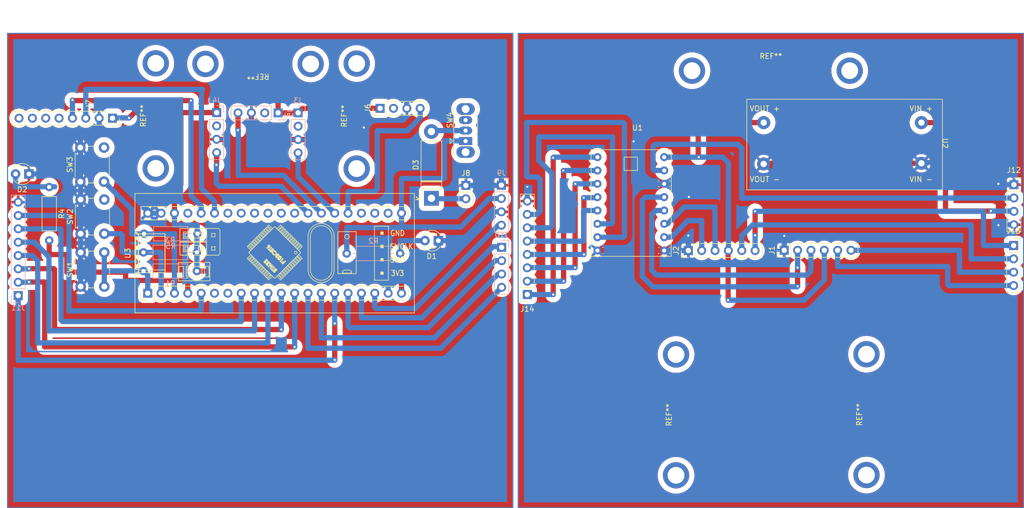
<source format=kicad_pcb>
(kicad_pcb (version 20211014) (generator pcbnew)
  (layers (0 "F.Cu" signal) (31 "B.Cu" signal) (34 "B.Paste" user) (35 "F.Paste" user) (36 "B.SilkS" user "B.Silkscreen") (37 "F.SilkS" user "F.Silkscreen") (38 "B.Mask" user) (39 "F.Mask" user) (44 "Edge.Cuts" user))
  (net 0 "")
  (net 1 "GND")
  (net 2 "Net-(D1-Pad2)")
  (net 3 "Net-(D2-Pad2)")
  (net 4 "Net-(D3-Pad1)")
  (net 5 "Net-(D3-Pad2)")
  (net 8 "/Placa Motores/AO1")
  (net 9 "/Placa Motores/AO2")
  (net 10 "/Placa Motores/VOut")
  (net 11 "/Placa Motores/MA1")
  (net 12 "/Placa Motores/MA2")
  (net 13 "/Placa Motores/BO1")
  (net 14 "/Placa Motores/BO2")
  (net 15 "/Placa Motores/MB1")
  (net 16 "/Placa Motores/MB2")
  (net 17 "/Controlador/3.3v")
  (net 18 "/Controlador/SHARP_C")
  (net 19 "/Controlador/SHARP_I")
  (net 21 "/Controlador/SHARP_D")
  (net 23 "/Controlador/CNY70")
  (net 24 "/Controlador/SCL")
  (net 25 "/Controlador/SDA")
  (net 30 "/Controlador/BTN1")
  (net 31 "/Controlador/VIn")
  (net 32 "/Controlador/BTN2")
  (net 33 "/Controlador/Led")
  (net 34 "/Controlador/BTN3")
  (net 36 "/Controlador/5v")
  (net 37 "/Controlador/MB2")
  (net 38 "/Controlador/MB1")
  (net 39 "/Controlador/MA1")
  (net 40 "/Controlador/MA2")
  (net 41 "/Controlador/PWMB")
  (net 42 "/Controlador/BIN2")
  (net 43 "/Controlador/BIN1")
  (net 44 "/Controlador/STBY")
  (net 45 "/Controlador/AIN1")
  (net 46 "/Controlador/AIN2")
  (net 47 "/Controlador/PWMA")
  (net 48 "/Placa Motores/PWMA")
  (net 49 "/Placa Motores/AIN2")
  (net 50 "/Placa Motores/AIN1")
  (net 51 "/Placa Motores/STBY")
  (net 52 "/Placa Motores/BIN1")
  (net 53 "/Placa Motores/BIN2")
  (net 54 "/Placa Motores/PWMB")
  (net 55 "/Placa Motores/5v")
  (net 56 "/Placa Motores/VIn")
  (footprint "Footprints:YAAJ_BluePill_1" (layer "F.Cu") (at 40.64 62.484 90)
    (fp_text reference "U3")
    (fp_text value "YAAJ_BluePill_Part_Like_SWD_Breakout" hide)
  )
  (footprint "Connector_PinSocket_2.54mm:PinSocket_1x08_P2.54mm_Vertical" (layer "F.Cu") (at 112.8268 62.723 180)
    (fp_text reference "J14")
    (fp_text value "Conn_01x08_Male")
  )
  (footprint "Connector_PinSocket_2.54mm:PinSocket_1x04_P2.54mm_Vertical" (layer "F.Cu") (at 205.3336 53.4008)
    (fp_text reference "J13")
    (fp_text value "Conn_01x04_Male")
  )
  (footprint "Connector_PinHeader_2.54mm:PinHeader_1x04_P2.54mm_Vertical" (layer "F.Cu") (at 84.836 27.2796 90)
    (fp_text reference "J6")
    (fp_text value "Conn_01x04_Male")
  )
  (footprint "propios:SharpHolder" (layer "F.Cu") (at 70.3798 28.7528 90)
    (fp_text reference "REF**")
    (fp_text value "SharpHolder")
  )
  (footprint "Button_Switch_THT:SW_PUSH_6mm" (layer "F.Cu") (at 27.8744 61.2128 90)
    (fp_text reference "SW1")
    (fp_text value "SW_Push")
  )
  (footprint "propios:MotorHolder" (layer "F.Cu") (at 165.845 85.598 90)
    (fp_text reference "REF**")
    (fp_text value "MotorHolder")
  )
  (footprint "propios:BolitaHolder" (layer "F.Cu") (at 159.1564 19.8968)
    (fp_text reference "REF**")
    (fp_text value "BolitaHolder")
  )
  (footprint "Button_Switch_THT:SW_PUSH_6mm" (layer "F.Cu") (at 27.8236 41.2484 90)
    (fp_text reference "SW3")
    (fp_text value "SW_Push")
  )
  (footprint "Connector_PinHeader_2.54mm:PinHeader_1x06_P2.54mm_Vertical" (layer "F.Cu") (at 161.6964 54.3052 90)
    (fp_text reference "J1")
    (fp_text value "Conn_01x06_Female")
  )
  (footprint "propios:SharpHolder" (layer "F.Cu") (at 61.6204 28.8326 180)
    (fp_text reference "REF**")
    (fp_text value "SharpHolder")
  )
  (footprint "Connector_PinSocket_2.54mm:PinSocket_1x04_P2.54mm_Vertical" (layer "F.Cu") (at 205.3844 41.8184)
    (fp_text reference "J12")
    (fp_text value "Conn_01x04_Male")
  )
  (footprint "propios:tb6612fng" (layer "F.Cu") (at 133.788 31.4932)
    (fp_text reference "U1")
    (fp_text value "tb6612fng")
  )
  (footprint "propios:SharpHolder" (layer "F.Cu") (at 32.164 28.7096 90)
    (fp_text reference "REF**")
    (fp_text value "SharpHolder")
  )
  (footprint "Connector_PinSocket_2.54mm:PinSocket_1x08_P2.54mm_Vertical" (layer "F.Cu") (at 33.9344 29.1592 -90)
    (fp_text reference "J7")
    (fp_text value "Conn_01x08_Female")
  )
  (footprint "Connector_PinHeader_2.54mm:PinHeader_1x06_P2.54mm_Vertical" (layer "F.Cu") (at 143.4592 54.356 90)
    (fp_text reference "J2")
    (fp_text value "Conn_01x06_Female")
  )
  (footprint "Connector_PinHeader_2.54mm:PinHeader_1x02_P2.54mm_Vertical" (layer "F.Cu") (at 101.1428 41.9608)
    (fp_text reference "J8")
    (fp_text value "Conn_01x02_Male")
  )
  (footprint "LED_THT:LED_D3.0mm" (layer "F.Cu") (at 95.9154 52.4764 180)
    (fp_text reference "D1")
    (fp_text value "LED")
  )
  (footprint "Diode_THT:D_5W_P12.70mm_Horizontal" (layer "F.Cu") (at 94.5896 44.4042 90)
    (fp_text reference "D3")
    (fp_text value "DIODE")
  )
  (footprint "Button_Switch_THT:SW_Slide_1P2T_CK_OS102011MS2Q" (layer "F.Cu") (at 101.092 33.5158 90)
    (fp_text reference "SW4")
    (fp_text value "SW_DPDT_x2")
  )
  (footprint "propios:MotorHolder" (layer "F.Cu") (at 129.6224 85.6488 90)
    (fp_text reference "REF**")
    (fp_text value "MotorHolder")
  )
  (footprint "LED_THT:LED_D3.0mm" (layer "F.Cu") (at 18.039 39.7764 180)
    (fp_text reference "D2")
    (fp_text value "LED")
  )
  (footprint "propios:MT3608" (layer "F.Cu") (at 191.7893 33.9344 -90)
    (fp_text reference "U2")
    (fp_text value "Mt3608")
  )
  (footprint "Resistor_THT:R_Axial_DIN0207_L6.3mm_D2.5mm_P10.16mm_Horizontal" (layer "F.Cu") (at 21.8948 42.2656 -90)
    (fp_text reference "R4")
    (fp_text value "R")
  )
  (footprint "Button_Switch_THT:SW_PUSH_6mm" (layer "F.Cu") (at 27.8744 51.1544 90)
    (fp_text reference "SW2")
    (fp_text value "SW_Push")
  )
  (footprint "Connector_PinHeader_2.54mm:PinHeader_1x04_P2.54mm_Vertical" (layer "B.Cu") (at 107.8992 41.91 180)
    (fp_text reference "J9")
    (fp_text value "Conn_01x04_Male")
  )
  (footprint "Resistor_THT:R_Axial_DIN0207_L6.3mm_D2.5mm_P10.16mm_Horizontal" (layer "B.Cu") (at 88.646 54.9148 180)
    (fp_text reference "R2")
    (fp_text value "R")
  )
  (footprint "Resistor_THT:R_Axial_DIN0207_L6.3mm_D2.5mm_P10.16mm_Horizontal" (layer "B.Cu") (at 39.8272 58.2676)
    (fp_text reference "R1")
    (fp_text value "R")
  )
  (footprint "Connector_PinHeader_2.54mm:PinHeader_1x08_P2.54mm_Vertical" (layer "B.Cu") (at 16.002 62.9262)
    (fp_text reference "J11")
    (fp_text value "Conn_01x08_Male")
  )
  (footprint "Connector_PinHeader_2.54mm:PinHeader_1x04_P2.54mm_Vertical" (layer "B.Cu") (at 107.95 53.7464 180)
    (fp_text reference "J10")
    (fp_text value "Conn_01x04_Male")
  )
  (footprint "Connector_PinHeader_2.54mm:PinHeader_1x04_P2.54mm_Vertical" (layer "B.Cu") (at 65.4304 28.1432 90)
    (fp_text reference "J5")
    (fp_text value "Conn_01x04_Male")
  )
  (footprint "Connector_PinHeader_2.54mm:PinHeader_1x04_P2.54mm_Vertical" (layer "B.Cu") (at 53.7464 28.0924 180)
    (fp_text reference "J4")
    (fp_text value "Conn_01x04_Male")
  )
  (footprint "Resistor_THT:R_Axial_DIN0207_L6.3mm_D2.5mm_P10.16mm_Horizontal" (layer "B.Cu") (at 49.9872 54.7116 180)
    (fp_text reference "R3")
    (fp_text value "R")
  )
  (footprint "Resistor_THT:R_Axial_DIN0207_L6.3mm_D2.5mm_P10.16mm_Horizontal" (layer "B.Cu") (at 39.9288 51.1556)
    (fp_text reference "R5")
    (fp_text value "R")
  )
  (footprint "Connector_PinHeader_2.54mm:PinHeader_1x04_P2.54mm_Vertical" (layer "B.Cu") (at 69.2404 28.1432 180)
    (fp_text reference "J3")
    (fp_text value "Conn_01x04_Male")
  )
  (gr_rect (start 13.97 13.0048) (end 110.0836 103.3272) (layer "B.Cu") (width 0.2) (fill none))
  (gr_rect (start 111.0996 13.0048) (end 207.2132 103.3272) (layer "B.Cu") (width 0.2) (fill none))
  (segment (start 133.604 26.67) (end 113.538 26.67) (width 1) (layer "F.Cu") (net 1))
  (segment (start 143.4592 51.5112) (end 143.5608 51.4096) (width 1) (layer "F.Cu") (net 1))
  (segment (start 161.6456 26.67) (end 133.604 26.67) (width 1) (layer "F.Cu") (net 1))
  (segment (start 69.2404 33.2232) (end 71.628 33.2232) (width 1) (layer "F.Cu") (net 1))
  (segment (start 157.916385 37.7444) (end 157.7893 37.871485) (width 1) (layer "F.Cu") (net 1))
  (segment (start 143.5608 51.4096) (end 143.5608 44.1452) (width 1) (layer "F.Cu") (net 1))
  (segment (start 80.4672 32.2072) (end 81.7372 30.9372) (width 1) (layer "F.Cu") (net 1))
  (segment (start 133.604 26.67) (end 133.0452 27.2288) (width 1) (layer "F.Cu") (net 1))
  (segment (start 72.644 32.2072) (end 80.4672 32.2072) (width 1) (layer "F.Cu") (net 1))
  (segment (start 159.258 37.9476) (end 159.181885 37.871485) (width 1) (layer "F.Cu") (net 1))
  (segment (start 53.7972 33.2232) (end 53.7464 33.1724) (width 1) (layer "F.Cu") (net 1))
  (segment (start 113.538 26.67) (end 112.8268 27.3812) (width 1) (layer "F.Cu") (net 1))
  (segment (start 60.3504 28.1432) (end 60.3504 33.0708) (width 1) (layer "F.Cu") (net 1))
  (segment (start 159.181885 37.871485) (end 157.7893 37.871485) (width 1) (layer "F.Cu") (net 1))
  (segment (start 60.5028 33.2232) (end 53.7972 33.2232) (width 1) (layer "F.Cu") (net 1))
  (segment (start 187.7893 37.7444) (end 161.6456 37.7444) (width 1) (layer "F.Cu") (net 1))
  (segment (start 71.628 33.2232) (end 72.644 32.2072) (width 1) (layer "F.Cu") (net 1))
  (segment (start 133.0452 27.2288) (end 133.0452 33.5788) (width 1) (layer "F.Cu") (net 1))
  (segment (start 159.258 49.1236) (end 159.258 37.9476) (width 1) (layer "F.Cu") (net 1))
  (segment (start 161.6456 37.7444) (end 161.6456 26.67) (width 1) (layer "F.Cu") (net 1))
  (segment (start 202.438 49.53) (end 202.438 41.656) (width 1) (layer "F.Cu") (net 1))
  (segment (start 69.2404 33.2232) (end 60.5028 33.2232) (width 1) (layer "F.Cu") (net 1))
  (segment (start 161.6456 37.7444) (end 157.916385 37.7444) (width 1) (layer "F.Cu") (net 1))
  (segment (start 60.3504 33.0708) (end 60.5028 33.2232) (width 1) (layer "F.Cu") (net 1))
  (segment (start 112.8268 42.2148) (end 112.8268 27.3812) (width 1) (layer "F.Cu") (net 1))
  (segment (start 161.6964 51.562) (end 159.258 49.1236) (width 1) (layer "F.Cu") (net 1))
  (segment (start 138.868 54.3532) (end 126.168 54.3532) (width 1) (layer "F.Cu") (net 1))
  (via (at 161.6964 51.562) (size 0.8) (drill 0.4) (layers "F.Cu" "B.Cu") (net 1))
  (via (at 202.438 41.656) (size 0.8) (drill 0.4) (layers "F.Cu" "B.Cu") (net 1))
  (via (at 81.7372 30.9372) (size 0.8) (drill 0.4) (layers "F.Cu" "B.Cu") (net 1))
  (via (at 112.8268 42.2148) (size 0.8) (drill 0.4) (layers "F.Cu" "B.Cu") (net 1))
  (via (at 133.0452 33.5788) (size 0.8) (drill 0.4) (layers "F.Cu" "B.Cu") (net 1))
  (via (at 143.4592 51.5112) (size 0.8) (drill 0.4) (layers "F.Cu" "B.Cu") (net 1))
  (via (at 143.5608 44.1452) (size 0.8) (drill 0.4) (layers "F.Cu" "B.Cu") (net 1))
  (via (at 202.438 49.53) (size 0.8) (drill 0.4) (layers "F.Cu" "B.Cu") (net 1))
  (segment (start 18.039 39.7764) (end 27.6056 39.7764) (width 1) (layer "B.Cu") (net 1))
  (segment (start 202.438 41.656) (end 202.6004 41.8184) (width 1) (layer "B.Cu") (net 1))
  (segment (start 27.8236 37.9624) (end 27.8236 34.7484) (width 1) (layer "B.Cu") (net 1))
  (segment (start 27.8236 31.6992) (end 27.8236 34.7484) (width 1) (layer "B.Cu") (net 1))
  (segment (start 202.438 49.53) (end 202.5296 49.4384) (width 1) (layer "B.Cu") (net 1))
  (segment (start 106.6292 46.99) (end 107.8992 46.99) (width 1) (layer "B.Cu") (net 1))
  (segment (start 27.8236 38.9128) (end 27.8236 37.9624) (width 1) (layer "B.Cu") (net 1))
  (segment (start 133.2456 41.6532) (end 138.868 41.6532) (width 1) (layer "B.Cu") (net 1))
  (segment (start 89.916 24.3332) (end 83.1088 24.3332) (width 1) (layer "B.Cu") (net 1))
  (segment (start 27.8384 57.4548) (end 27.8744 57.4188) (width 1) (layer "B.Cu") (net 1))
  (segment (start 143.5608 44.1452) (end 143.5608 41.7576) (width 1) (layer "B.Cu") (net 1))
  (segment (start 133.0452 41.4528) (end 133.2456 41.6532) (width 1) (layer "B.Cu") (net 1))
  (segment (start 112.8268 44.943) (end 112.8268 42.2148) (width 1) (layer "B.Cu") (net 1))
  (segment (start 202.438 41.656) (end 202.3872 41.6052) (width 1) (layer "B.Cu") (net 1))
  (segment (start 161.7472 54.356) (end 161.798 54.3052) (width 1) (layer "B.Cu") (net 1))
  (segment (start 138.8708 54.356) (end 138.868 54.3532) (width 1) (layer "B.Cu") (net 1))
  (segment (start 107.8992 24.3332) (end 89.916 24.3332) (width 1) (layer "B.Cu") (net 1))
  (segment (start 43.18 47.244) (end 40.64 47.244) (width 1) (layer "B.Cu") (net 1))
  (segment (start 86.36 59.8424) (end 93.9292 59.8424) (width 1) (layer "B.Cu") (net 1))
  (segment (start 27.8744 54.7128) (end 27.8744 61.2128) (width 1) (layer "B.Cu") (net 1))
  (segment (start 40.64 46.6344) (end 32.9184 38.9128) (width 1) (layer "B.Cu") (net 1))
  (segment (start 81.7372 24.5364) (end 81.534 24.3332) (width 1) (layer "B.Cu") (net 1))
  (segment (start 27.8744 51.1544) (end 27.8744 44.6544) (width 1) (layer "B.Cu") (net 1))
  (segment (start 143.4592 54.356) (end 138.8708 54.356) (width 1) (layer "B.Cu") (net 1))
  (segment (start 89.916 27.2796) (end 89.916 24.3332) (width 1) (layer "B.Cu") (net 1))
  (segment (start 202.3872 41.6052) (end 202.3872 37.592) (width 1) (layer "B.Cu") (net 1))
  (segment (start 31.3944 31.6992) (end 27.8236 31.6992) (width 1) (layer "B.Cu") (net 1))
  (segment (start 93.9292 59.8424) (end 95.9154 57.8562) (width 1) (layer "B.Cu") (net 1))
  (segment (start 81.7372 30.9372) (end 81.7372 24.5364) (width 1) (layer "B.Cu") (net 1))
  (segment (start 143.4564 41.6532) (end 138.868 41.6532) (width 1) (layer "B.Cu") (net 1))
  (segment (start 31.3944 29.1592) (end 31.3944 31.6992) (width 1) (layer "B.Cu") (net 1))
  (segment (start 27.8236 41.2484) (end 27.8236 39.5584) (width 1) (layer "B.Cu") (net 1))
  (segment (start 107.8484 41.9608) (end 107.8992 41.91) (width 1) (layer "B.Cu") (net 1))
  (segment (start 27.8236 39.5584) (end 27.8236 37.9624) (width 1) (layer "B.Cu") (net 1))
  (segment (start 40.64 47.244) (end 40.64 46.6344) (width 1) (layer "B.Cu") (net 1))
  (segment (start 95.9154 52.4764) (end 101.1428 52.4764) (width 1) (layer "B.Cu") (net 1))
  (segment (start 202.3872 37.592) (end 187.9417 37.592) (width 1) (layer "B.Cu") (net 1))
  (segment (start 27.6056 39.7764) (end 27.8236 39.5584) (width 1) (layer "B.Cu") (net 1))
  (segment (start 107.8992 41.91) (end 107.8992 24.3332) (width 1) (layer "B.Cu") (net 1))
  (segment (start 32.9184 38.9128) (end 27.8236 38.9128) (width 1) (layer "B.Cu") (net 1))
  (segment (start 83.1088 24.3332) (end 81.534 24.3332) (width 1) (layer "B.Cu") (net 1))
  (segment (start 27.8744 44.6544) (end 27.8744 41.2992) (width 1) (layer "B.Cu") (net 1))
  (segment (start 101.1428 41.9608) (end 107.8484 41.9608) (width 1) (layer "B.Cu") (net 1))
  (segment (start 133.0452 33.5788) (end 133.0452 41.4528) (width 1) (layer "B.Cu") (net 1))
  (segment (start 143.4592 54.356) (end 143.4592 51.5112) (width 1) (layer "B.Cu") (net 1))
  (segment (start 187.9417 37.592) (end 187.7893 37.7444) (width 1) (layer "B.Cu") (net 1))
  (segment (start 27.8744 41.2992) (end 27.8236 41.2484) (width 1) (layer "B.Cu") (net 1))
  (segment (start 95.9154 57.8562) (end 95.9154 52.4764) (width 1) (layer "B.Cu") (net 1))
  (segment (start 27.8744 57.4188) (end 27.8744 51.1544) (width 1) (layer "B.Cu") (net 1))
  (segment (start 101.1428 52.4764) (end 106.6292 46.99) (width 1) (layer "B.Cu") (net 1))
  (segment (start 86.36 62.484) (end 86.36 59.8424) (width 1) (layer "B.Cu") (net 1))
  (segment (start 161.6964 54.3052) (end 161.6964 51.562) (width 1) (layer "B.Cu") (net 1))
  (segment (start 138.8902 54.331) (end 138.868 54.3532) (width 1) (layer "B.Cu") (net 1))
  (segment (start 143.5608 41.7576) (end 143.4564 41.6532) (width 1) (layer "B.Cu") (net 1))
  (segment (start 202.5296 49.4384) (end 205.3844 49.4384) (width 1) (layer "B.Cu") (net 1))
  (segment (start 202.6004 41.8184) (end 205.3844 41.8184) (width 1) (layer "B.Cu") (net 1))
  (segment (start 93.3754 52.4764) (end 88.6968 52.4764) (width 1) (layer "B.Cu") (net 2))
  (segment (start 88.646 52.5272) (end 88.646 54.9148) (width 1) (layer "B.Cu") (net 2))
  (segment (start 88.6968 52.4764) (end 88.646 52.5272) (width 1) (layer "B.Cu") (net 2))
  (segment (start 15.5956 42.2148) (end 15.5448 42.2656) (width 1) (layer "B.Cu") (net 3))
  (segment (start 15.5448 39.8222) (end 15.499 39.7764) (width 1) (layer "B.Cu") (net 3))
  (segment (start 15.499 42.2198) (end 15.499 39.7764) (width 1) (layer "B.Cu") (net 3))
  (segment (start 15.5448 42.2656) (end 15.499 42.2198) (width 1) (layer "B.Cu") (net 3))
  (segment (start 22.9616 42.2148) (end 15.5956 42.2148) (width 1) (layer "B.Cu") (net 3))
  (segment (start 94.6862 44.5008) (end 94.5896 44.4042) (width 1) (layer "B.Cu") (net 4))
  (segment (start 101.1428 44.5008) (end 94.6862 44.5008) (width 1) (layer "B.Cu") (net 4))
  (segment (start 94.778 31.5158) (end 94.5896 31.7042) (width 1) (layer "B.Cu") (net 5))
  (segment (start 101.092 31.5158) (end 94.778 31.5158) (width 1) (layer "B.Cu") (net 5))
  (segment (start 164.2364 61.1632) (end 164.2364 57.6072) (width 1) (layer "F.Cu") (net 8))
  (via (at 164.2364 61.1632) (size 0.8) (drill 0.4) (layers "F.Cu" "B.Cu") (net 8))
  (via (at 164.2364 57.6072) (size 0.8) (drill 0.4) (layers "F.Cu" "B.Cu") (net 8))
  (segment (start 164.2364 57.6072) (end 164.2364 54.3052) (width 1) (layer "B.Cu") (net 8))
  (segment (start 135.2832 44.1932) (end 138.868 44.1932) (width 1) (layer "B.Cu") (net 8))
  (segment (start 134.7216 59.2836) (end 134.7216 44.7548) (width 1) (layer "B.Cu") (net 8))
  (segment (start 134.7216 44.7548) (end 135.2832 44.1932) (width 1) (layer "B.Cu") (net 8))
  (segment (start 136.7028 61.2648) (end 134.7216 59.2836) (width 1) (layer "B.Cu") (net 8))
  (segment (start 164.1348 61.2648) (end 136.7028 61.2648) (width 1) (layer "B.Cu") (net 8))
  (segment (start 164.2364 61.1632) (end 164.1348 61.2648) (width 1) (layer "B.Cu") (net 8))
  (segment (start 166.7764 58.2676) (end 166.7764 54.3052) (width 1) (layer "B.Cu") (net 9))
  (segment (start 166.0144 59.0296) (end 166.7764 58.2676) (width 1) (layer "B.Cu") (net 9))
  (segment (start 138.868 46.7332) (end 137.2644 46.7332) (width 1) (layer "B.Cu") (net 9))
  (segment (start 137.2644 46.7332) (end 136.4996 47.498) (width 1) (layer "B.Cu") (net 9))
  (segment (start 137.414 59.0296) (end 166.0144 59.0296) (width 1) (layer "B.Cu") (net 9))
  (segment (start 136.4996 58.1152) (end 137.414 59.0296) (width 1) (layer "B.Cu") (net 9))
  (segment (start 136.4996 47.498) (end 136.4996 58.1152) (width 1) (layer "B.Cu") (net 9))
  (segment (start 157.7893 29.997315) (end 145.618115 29.997315) (width 1) (layer "F.Cu") (net 10))
  (segment (start 151.0284 54.4068) (end 151.0792 54.356) (width 1) (layer "F.Cu") (net 10))
  (segment (start 145.3388 30.27663) (end 145.3388 36.4744) (width 1) (layer "F.Cu") (net 10))
  (segment (start 145.3388 36.4744) (end 145.4376 36.5732) (width 1) (layer "F.Cu") (net 10))
  (segment (start 151.0284 63.8048) (end 151.0284 54.4068) (width 1) (layer "F.Cu") (net 10))
  (segment (start 145.618115 29.997315) (end 145.3388 30.27663) (width 1) (layer "F.Cu") (net 10))
  (via (at 151.0284 63.8048) (size 0.8) (drill 0.4) (layers "F.Cu" "B.Cu") (net 10))
  (via (at 145.4376 36.5732) (size 0.8) (drill 0.4) (layers "F.Cu" "B.Cu") (net 10))
  (segment (start 145.4376 36.5732) (end 138.868 36.5732) (width 1) (layer "B.Cu") (net 10))
  (segment (start 151.0792 37.6428) (end 150.0096 36.5732) (width 1) (layer "B.Cu") (net 10))
  (segment (start 169.3164 59.944) (end 169.3164 54.3052) (width 1) (layer "B.Cu") (net 10))
  (segment (start 165.4556 63.8048) (end 169.3164 59.944) (width 1) (layer "B.Cu") (net 10))
  (segment (start 151.0792 54.356) (end 151.0792 37.6428) (width 1) (layer "B.Cu") (net 10))
  (segment (start 150.0096 36.5732) (end 145.4376 36.5732) (width 1) (layer "B.Cu") (net 10))
  (segment (start 151.0284 63.8048) (end 165.4556 63.8048) (width 1) (layer "B.Cu") (net 10))
  (segment (start 192.786 60.7568) (end 192.786 57.404) (width 1) (layer "B.Cu") (net 11))
  (segment (start 193.05 61.0208) (end 192.786 60.7568) (width 1) (layer "B.Cu") (net 11))
  (segment (start 192.786 57.404) (end 171.8564 57.404) (width 1) (layer "B.Cu") (net 11))
  (segment (start 205.486 61.0616) (end 205.4352 61.0108) (width 1) (layer "B.Cu") (net 11))
  (segment (start 205.3336 61.0208) (end 193.05 61.0208) (width 1) (layer "B.Cu") (net 11))
  (segment (start 171.8564 57.404) (end 171.8564 54.3052) (width 1) (layer "B.Cu") (net 11))
  (segment (start 205.486 58.5216) (end 205.4352 58.4708) (width 1) (layer "B.Cu") (net 12))
  (segment (start 195.0212 58.4708) (end 195.0212 54.3052) (width 1) (layer "B.Cu") (net 12))
  (segment (start 205.3336 58.4808) (end 195.0312 58.4808) (width 1) (layer "B.Cu") (net 12))
  (segment (start 195.0312 58.4808) (end 195.0212 58.4708) (width 1) (layer "B.Cu") (net 12))
  (segment (start 195.0212 54.3052) (end 174.3964 54.3052) (width 1) (layer "B.Cu") (net 12))
  (segment (start 143.3576 48.6664) (end 145.9992 48.6664) (width 1) (layer "B.Cu") (net 13))
  (segment (start 145.9992 48.6664) (end 145.9992 54.356) (width 1) (layer "B.Cu") (net 13))
  (segment (start 138.868 51.8132) (end 140.2108 51.8132) (width 1) (layer "B.Cu") (net 13))
  (segment (start 140.2108 51.8132) (end 143.3576 48.6664) (width 1) (layer "B.Cu") (net 13))
  (segment (start 148.5392 46.0756) (end 148.5392 54.356) (width 1) (layer "B.Cu") (net 14))
  (segment (start 139.4996 49.2732) (end 142.6972 46.0756) (width 1) (layer "B.Cu") (net 14))
  (segment (start 142.6972 46.0756) (end 148.5392 46.0756) (width 1) (layer "B.Cu") (net 14))
  (segment (start 138.868 49.2732) (end 139.4996 49.2732) (width 1) (layer "B.Cu") (net 14))
  (segment (start 197.1548 49.4792) (end 155.682023 49.4792) (width 1) (layer "B.Cu") (net 15))
  (segment (start 197.2564 55.9408) (end 197.2564 49.5808) (width 1) (layer "B.Cu") (net 15))
  (segment (start 153.6192 51.542023) (end 153.6192 54.356) (width 1) (layer "B.Cu") (net 15))
  (segment (start 205.3336 55.9408) (end 197.2564 55.9408) (width 1) (layer "B.Cu") (net 15))
  (segment (start 155.682023 49.4792) (end 153.6192 51.542023) (width 1) (layer "B.Cu") (net 15))
  (segment (start 197.2564 49.5808) (end 197.1548 49.4792) (width 1) (layer "B.Cu") (net 15))
  (segment (start 156.1592 46.8884) (end 156.1592 51.4604) (width 1) (layer "F.Cu") (net 16))
  (via (at 156.1592 46.8884) (size 0.8) (drill 0.4) (layers "F.Cu" "B.Cu") (net 16))
  (via (at 156.1592 51.4604) (size 0.8) (drill 0.4) (layers "F.Cu" "B.Cu") (net 16))
  (segment (start 156.1592 51.4604) (end 156.1592 54.356) (width 1) (layer "B.Cu") (net 16))
  (segment (start 199.5932 46.8884) (end 199.5932 53.4008) (width 1) (layer "B.Cu") (net 16))
  (segment (start 156.1592 46.8884) (end 199.5932 46.8884) (width 1) (layer "B.Cu") (net 16))
  (segment (start 199.5932 53.4008) (end 205.3336 53.4008) (width 1) (layer "B.Cu") (net 16))
  (segment (start 46.9392 28.0924) (end 42.9768 28.0924) (width 1) (layer "F.Cu") (net 17))
  (segment (start 53.848 25.5524) (end 65.4304 25.5524) (width 1) (layer "F.Cu") (net 17))
  (segment (start 53.6956 25.7048) (end 53.848 25.5524) (width 1) (layer "F.Cu") (net 17))
  (segment (start 45.72 42.926) (end 46.9392 41.7068) (width 1) (layer "F.Cu") (net 17))
  (segment (start 65.4304 25.5524) (end 65.4304 28.1432) (width 1) (layer "F.Cu") (net 17))
  (segment (start 53.6956 25.8064) (end 53.7464 25.8572) (width 1) (layer "F.Cu") (net 17))
  (segment (start 70.104 27.2796) (end 84.836 27.2796) (width 1) (layer "F.Cu") (net 17))
  (segment (start 53.7464 25.8572) (end 53.7464 28.0924) (width 1) (layer "F.Cu") (net 17))
  (segment (start 88.9 58.2676) (end 49.9872 58.2676) (width 1) (layer "F.Cu") (net 17))
  (segment (start 42.9768 28.0924) (end 53.7464 28.0924) (width 1) (layer "F.Cu") (net 17))
  (segment (start 88.9 62.484) (end 88.9 58.2676) (width 1) (layer "F.Cu") (net 17))
  (segment (start 53.6956 25.8064) (end 53.7464 25.7556) (width 1) (layer "F.Cu") (net 17))
  (segment (start 38.1 28.0924) (end 42.9768 28.0924) (width 1) (layer "F.Cu") (net 17))
  (segment (start 69.2404 28.1432) (end 65.4304 28.1432) (width 1) (layer "F.Cu") (net 17))
  (segment (start 69.2404 28.1432) (end 70.104 27.2796) (width 1) (layer "F.Cu") (net 17))
  (segment (start 45.72 47.244) (end 45.72 42.926) (width 1) (layer "F.Cu") (net 17))
  (segment (start 46.9392 41.7068) (end 46.9392 28.0924) (width 1) (layer "F.Cu") (net 17))
  (segment (start 37.084 29.1084) (end 38.1 28.0924) (width 1) (layer "F.Cu") (net 17))
  (via (at 37.084 29.1084) (size 0.8) (drill 0.4) (layers "F.Cu" "B.Cu") (net 17))
  (segment (start 37.084 29.1084) (end 33.9852 29.1084) (width 1) (layer "B.Cu") (net 17))
  (segment (start 49.9872 51.2572) (end 50.038 51.2064) (width 1) (layer "B.Cu") (net 17))
  (segment (start 50.038 49.53) (end 45.72 49.53) (width 1) (layer "B.Cu") (net 17))
  (segment (start 50.038 51.2064) (end 50.038 49.53) (width 1) (layer "B.Cu") (net 17))
  (segment (start 49.9872 58.2168) (end 49.9872 51.2572) (width 1) (layer "B.Cu") (net 17))
  (segment (start 33.9852 29.1084) (end 33.9344 29.1592) (width 1) (layer "B.Cu") (net 17))
  (segment (start 45.72 49.53) (end 45.72 47.244) (width 1) (layer "B.Cu") (net 17))
  (segment (start 57.8104 31.4452) (end 57.8104 28.1432) (width 1) (layer "F.Cu") (net 18))
  (via (at 57.8104 31.4452) (size 0.8) (drill 0.4) (layers "F.Cu" "B.Cu") (net 18))
  (segment (start 73.66 47.244) (end 66.4464 40.0304) (width 1) (layer "B.Cu") (net 18))
  (segment (start 57.8612 31.496) (end 57.8104 31.4452) (width 1) (layer "B.Cu") (net 18))
  (segment (start 66.4464 40.0304) (end 57.8612 40.0304) (width 1) (layer "B.Cu") (net 18))
  (segment (start 57.8612 40.0304) (end 57.8612 31.496) (width 1) (layer "B.Cu") (net 18))
  (segment (start 53.7464 37.9984) (end 53.7464 35.7124) (width 1) (layer "F.Cu") (net 19))
  (segment (start 53.6956 38.0492) (end 53.7464 37.9984) (width 1) (layer "F.Cu") (net 19))
  (via (at 53.6956 38.0492) (size 0.8) (drill 0.4) (layers "F.Cu" "B.Cu") (net 19))
  (via (at 53.6956 38.0492) (size 0.8) (drill 0.4) (layers "F.Cu" "B.Cu") (net 19))
  (segment (start 53.6956 41.6052) (end 54.2036 42.1132) (width 1) (layer "B.Cu") (net 19))
  (segment (start 53.6956 37.9984) (end 53.6956 41.6052) (width 1) (layer "B.Cu") (net 19))
  (segment (start 65.9892 42.1132) (end 71.12 47.244) (width 1) (layer "B.Cu") (net 19))
  (segment (start 54.2036 42.1132) (end 65.9892 42.1132) (width 1) (layer "B.Cu") (net 19))
  (segment (start 76.0984 47.1424) (end 76.2 47.244) (width 1) (layer "B.Cu") (net 21))
  (segment (start 69.2404 40.2844) (end 76.2 47.244) (width 1) (layer "B.Cu") (net 21))
  (segment (start 69.2404 35.7632) (end 69.2404 40.2844) (width 1) (layer "B.Cu") (net 21))
  (segment (start 90.0176 31.5468) (end 84.2872 31.5468) (width 1) (layer "B.Cu") (net 23))
  (segment (start 84.2872 31.5468) (end 84.2872 42.7128) (width 1) (layer "B.Cu") (net 23))
  (segment (start 92.456 29.1084) (end 90.0176 31.5468) (width 1) (layer "B.Cu") (net 23))
  (segment (start 84.2872 42.7128) (end 83.8708 43.1292) (width 1) (layer "B.Cu") (net 23))
  (segment (start 83.8708 43.1292) (end 78.74 43.1292) (width 1) (layer "B.Cu") (net 23))
  (segment (start 92.456 27.2796) (end 92.456 29.1084) (width 1) (layer "B.Cu") (net 23))
  (segment (start 78.74 43.1292) (end 78.74 47.244) (width 1) (layer "B.Cu") (net 23))
  (segment (start 50.8508 42.5196) (end 50.8508 23.876) (width 1) (layer "B.Cu") (net 24))
  (segment (start 51.054 23.6728) (end 28.956 23.6728) (width 1) (layer "B.Cu") (net 24))
  (segment (start 28.8544 23.7744) (end 28.8544 29.1592) (width 1) (layer "B.Cu") (net 24))
  (segment (start 53.34 45.0088) (end 50.8508 42.5196) (width 1) (layer "B.Cu") (net 24))
  (segment (start 53.34 47.244) (end 53.34 45.0088) (width 1) (layer "B.Cu") (net 24))
  (segment (start 50.8508 23.876) (end 51.054 23.6728) (width 1) (layer "B.Cu") (net 24))
  (segment (start 28.956 23.6728) (end 28.8544 23.7744) (width 1) (layer "B.Cu") (net 24))
  (segment (start 48.8696 25.8064) (end 26.416 25.8064) (width 1) (layer "F.Cu") (net 25))
  (segment (start 26.416 25.8064) (end 26.3144 25.7048) (width 1) (layer "F.Cu") (net 25))
  (via (at 26.3144 25.7048) (size 0.8) (drill 0.4) (layers "F.Cu" "B.Cu") (net 25))
  (via (at 48.8696 25.8064) (size 0.8) (drill 0.4) (layers "F.Cu" "B.Cu") (net 25))
  (segment (start 26.3144 25.7048) (end 26.3144 29.1592) (width 1) (layer "B.Cu") (net 25))
  (segment (start 48.8696 31.8516) (end 48.8696 25.8064) (width 1) (layer "B.Cu") (net 25))
  (segment (start 50.8 45.8724) (end 48.8696 43.942) (width 1) (layer "B.Cu") (net 25))
  (segment (start 48.8696 43.942) (end 48.8696 31.8516) (width 1) (layer "B.Cu") (net 25))
  (segment (start 50.8 47.244) (end 50.8 45.8724) (width 1) (layer "B.Cu") (net 25))
  (segment (start 40.64 59.0296) (end 39.8272 58.2168) (width 1) (layer "B.Cu") (net 30))
  (segment (start 32.4908 58.2168) (end 32.3744 58.3332) (width 1) (layer "B.Cu") (net 30))
  (segment (start 32.3744 61.2128) (end 32.3744 58.3332) (width 1) (layer "B.Cu") (net 30))
  (segment (start 32.3744 58.3332) (end 32.3744 54.7128) (width 1) (layer "B.Cu") (net 30))
  (segment (start 40.64 62.484) (end 40.64 59.0296) (width 1) (layer "B.Cu") (net 30))
  (segment (start 39.8272 58.2168) (end 32.4908 58.2168) (width 1) (layer "B.Cu") (net 30))
  (segment (start 100.2528 33.4772) (end 97.0788 33.4772) (width 1) (layer "B.Cu") (net 31))
  (segment (start 100.2914 33.5158) (end 100.2528 33.4772) (width 1) (layer "B.Cu") (net 31))
  (segment (start 78.486 50.038) (end 78.5368 49.9872) (width 1) (layer "B.Cu") (net 31))
  (segment (start 107.8992 44.45) (end 105.6132 44.45) (width 1) (layer "B.Cu") (net 31))
  (segment (start 101.092 33.5158) (end 100.2914 33.5158) (width 1) (layer "B.Cu") (net 31))
  (segment (start 96.9772 40.64) (end 88.9508 40.64) (width 1) (layer "B.Cu") (net 31))
  (segment (start 97.0788 40.5384) (end 96.9772 40.64) (width 1) (layer "B.Cu") (net 31))
  (segment (start 88.9 48.3616) (end 88.9 49.8856) (width 1) (layer "B.Cu") (net 31))
  (segment (start 100.1776 49.8856) (end 88.9 49.8856) (width 1) (layer "B.Cu") (net 31))
  (segment (start 88.7984 49.9872) (end 78.5368 49.9872) (width 1) (layer "B.Cu") (net 31))
  (segment (start 105.6132 44.45) (end 100.1776 49.8856) (width 1) (layer "B.Cu") (net 31))
  (segment (start 88.91 48.3716) (end 88.9 48.3616) (width 1) (layer "B.Cu") (net 31))
  (segment (start 88.9 49.8856) (end 88.7984 49.9872) (width 1) (layer "B.Cu") (net 31))
  (segment (start 97.0788 33.4772) (end 97.0788 40.5384) (width 1) (layer "B.Cu") (net 31))
  (segment (start 88.9 47.244) (end 88.9 40.6908) (width 1) (layer "B.Cu") (net 31))
  (segment (start 88.9 48.3616) (end 88.9 47.244) (width 1) (layer "B.Cu") (net 31))
  (segment (start 78.486 54.9148) (end 78.486 50.038) (width 1) (layer "B.Cu") (net 31))
  (segment (start 88.9 40.6908) (end 88.9508 40.64) (width 1) (layer "B.Cu") (net 31))
  (segment (start 43.18 62.484) (end 43.18 54.8132) (width 1) (layer "B.Cu") (net 32))
  (segment (start 35.508 51.1544) (end 32.3744 51.1544) (width 1) (layer "B.Cu") (net 32))
  (segment (start 35.7632 51.4096) (end 35.508 51.1544) (width 1) (layer "B.Cu") (net 32))
  (segment (start 35.9664 54.7116) (end 35.7632 54.5084) (width 1) (layer "B.Cu") (net 32))
  (segment (start 43.18 54.8132) (end 43.0784 54.7116) (width 1) (layer "B.Cu") (net 32))
  (segment (start 43.0784 54.7116) (end 39.878 54.7116) (width 1) (layer "B.Cu") (net 32))
  (segment (start 35.7632 54.5084) (end 35.7632 51.4096) (width 1) (layer "B.Cu") (net 32))
  (segment (start 39.878 54.7116) (end 35.9664 54.7116) (width 1) (layer "B.Cu") (net 32))
  (segment (start 48.26 60.3504) (end 47.9552 60.0456) (width 1) (layer "F.Cu") (net 33))
  (segment (start 36.4236 58.4708) (end 25.2476 58.4708) (width 1) (layer "F.Cu") (net 33))
  (segment (start 48.26 62.484) (end 48.26 60.3504) (width 1) (layer "F.Cu") (net 33))
  (segment (start 36.4236 60.0456) (end 36.4236 58.4708) (width 1) (layer "F.Cu") (net 33))
  (segment (start 47.9552 60.0456) (end 36.4236 60.0456) (width 1) (layer "F.Cu") (net 33))
  (segment (start 25.2476 58.4708) (end 25.2476 55.118) (width 1) (layer "F.Cu") (net 33))
  (segment (start 25.2476 55.118) (end 21.8948 55.118) (width 1) (layer "F.Cu") (net 33))
  (segment (start 21.8948 55.118) (end 21.8948 52.4256) (width 1) (layer "F.Cu") (net 33))
  (segment (start 37.592 46.5168) (end 32.3236 41.2484) (width 1) (layer "B.Cu") (net 34))
  (segment (start 45.6692 51.2064) (end 37.6936 51.2064) (width 1) (layer "B.Cu") (net 34))
  (segment (start 37.592 51.1048) (end 37.592 46.5168) (width 1) (layer "B.Cu") (net 34))
  (segment (start 45.72 62.484) (end 45.72 51.1556) (width 1) (layer "B.Cu") (net 34))
  (segment (start 45.72 51.1556) (end 45.6692 51.2064) (width 1) (layer "B.Cu") (net 34))
  (segment (start 37.6936 51.2064) (end 37.592 51.1048) (width 1) (layer "B.Cu") (net 34))
  (segment (start 107.8992 49.53) (end 107.3404 49.53) (width 1) (layer "B.Cu") (net 36))
  (segment (start 107.3404 49.53) (end 91.4908 65.3796) (width 1) (layer "B.Cu") (net 36))
  (segment (start 91.4908 65.3796) (end 84.074 65.3796) (width 1) (layer "B.Cu") (net 36))
  (segment (start 83.82 65.1256) (end 83.82 62.484) (width 1) (layer "B.Cu") (net 36))
  (segment (start 84.074 65.3796) (end 83.82 65.1256) (width 1) (layer "B.Cu") (net 36))
  (segment (start 81.28 67.1576) (end 92.7608 67.1576) (width 1) (layer "B.Cu") (net 37))
  (segment (start 107.8484 53.6448) (end 107.95 53.7464) (width 1) (layer "B.Cu") (net 37))
  (segment (start 106.2736 53.6448) (end 107.8484 53.6448) (width 1) (layer "B.Cu") (net 37))
  (segment (start 81.28 62.484) (end 81.28 67.1576) (width 1) (layer "B.Cu") (net 37))
  (segment (start 92.7608 67.1576) (end 106.2736 53.6448) (width 1) (layer "B.Cu") (net 37))
  (segment (start 93.98 69.0372) (end 106.7308 56.2864) (width 1) (layer "B.Cu") (net 38))
  (segment (start 78.74 68.7324) (end 79.0448 69.0372) (width 1) (layer "B.Cu") (net 38))
  (segment (start 78.74 62.484) (end 78.74 68.7324) (width 1) (layer "B.Cu") (net 38))
  (segment (start 79.0448 69.0372) (end 93.98 69.0372) (width 1) (layer "B.Cu") (net 38))
  (segment (start 106.7308 56.2864) (end 107.95 56.2864) (width 1) (layer "B.Cu") (net 38))
  (segment (start 107.95 61.3664) (end 96.3676 72.9488) (width 1) (layer "B.Cu") (net 39))
  (segment (start 71.12 72.9488) (end 71.12 62.484) (width 1) (layer "B.Cu") (net 39))
  (segment (start 96.3676 72.9488) (end 71.12 72.9488) (width 1) (layer "B.Cu") (net 39))
  (segment (start 107.2896 58.8264) (end 95.1484 70.9676) (width 1) (layer "B.Cu") (net 40))
  (segment (start 95.1484 70.9676) (end 73.66 70.9676) (width 1) (layer "B.Cu") (net 40))
  (segment (start 107.95 58.8264) (end 107.2896 58.8264) (width 1) (layer "B.Cu") (net 40))
  (segment (start 73.66 70.9676) (end 73.66 62.484) (width 1) (layer "B.Cu") (net 40))
  (segment (start 25.654 65.8368) (end 25.654 48.3616) (width 1) (layer "B.Cu") (net 41))
  (segment (start 50.8 62.484) (end 50.8 65.8368) (width 1) (layer "B.Cu") (net 41))
  (segment (start 25.654 48.3616) (end 24.9786 47.6862) (width 1) (layer "B.Cu") (net 41))
  (segment (start 24.9786 47.6862) (end 16.002 47.6862) (width 1) (layer "B.Cu") (net 41))
  (segment (start 50.8 65.8368) (end 25.654 65.8368) (width 1) (layer "B.Cu") (net 41))
  (segment (start 58.42 67.8688) (end 24.4348 67.8688) (width 1) (layer "B.Cu") (net 42))
  (segment (start 17.8158 50.2262) (end 16.002 50.2262) (width 1) (layer "B.Cu") (net 42))
  (segment (start 24.13 67.564) (end 24.13 50.3428) (width 1) (layer "B.Cu") (net 42))
  (segment (start 17.8308 50.2412) (end 17.8158 50.2262) (width 1) (layer "B.Cu") (net 42))
  (segment (start 24.0284 50.2412) (end 17.8308 50.2412) (width 1) (layer "B.Cu") (net 42))
  (segment (start 58.42 62.484) (end 58.42 67.8688) (width 1) (layer "B.Cu") (net 42))
  (segment (start 24.4348 67.8688) (end 24.13 67.564) (width 1) (layer "B.Cu") (net 42))
  (segment (start 24.13 50.3428) (end 24.0284 50.2412) (width 1) (layer "B.Cu") (net 42))
  (segment (start 60.96 69.6468) (end 60.96 62.484) (width 1) (layer "B.Cu") (net 43))
  (segment (start 16.002 52.7662) (end 19.035 52.7662) (width 1) (layer "B.Cu") (net 43))
  (segment (start 19.035 52.7662) (end 21.844 55.5752) (width 1) (layer "B.Cu") (net 43))
  (segment (start 21.844 55.5752) (end 21.844 69.6468) (width 1) (layer "B.Cu") (net 43))
  (segment (start 21.844 69.6468) (end 60.96 69.6468) (width 1) (layer "B.Cu") (net 43))
  (segment (start 63.5 62.484) (end 63.5 71.9328) (width 1) (layer "B.Cu") (net 44))
  (segment (start 19.7104 71.9328) (end 19.7104 56.3372) (width 1) (layer "B.Cu") (net 44))
  (segment (start 19.7104 56.3372) (end 18.6794 55.3062) (width 1) (layer "B.Cu") (net 44))
  (segment (start 18.6794 55.3062) (end 16.002 55.3062) (width 1) (layer "B.Cu") (net 44))
  (segment (start 63.5 71.9328) (end 19.7104 71.9328) (width 1) (layer "B.Cu") (net 44))
  (segment (start 66.04 69.3928) (end 22.9108 69.3928) (width 1) (layer "F.Cu") (net 45))
  (segment (start 22.7584 57.8104) (end 18.034 57.8104) (width 1) (layer "F.Cu") (net 45))
  (segment (start 22.9108 57.9628) (end 22.7584 57.8104) (width 1) (layer "F.Cu") (net 45))
  (segment (start 22.9108 69.3928) (end 22.9108 57.9628) (width 1) (layer "F.Cu") (net 45))
  (via (at 18.034 57.8104) (size 0.8) (drill 0.4) (layers "F.Cu" "B.Cu") (net 45))
  (via (at 66.04 69.3928) (size 0.8) (drill 0.4) (layers "F.Cu" "B.Cu") (net 45))
  (segment (start 66.04 69.3928) (end 65.9892 69.4436) (width 1) (layer "B.Cu") (net 45))
  (segment (start 66.04 62.484) (end 66.04 69.3928) (width 1) (layer "B.Cu") (net 45))
  (segment (start 16.002 57.8462) (end 17.9982 57.8462) (width 1) (layer "B.Cu") (net 45))
  (segment (start 17.9982 57.8462) (end 18.034 57.8104) (width 1) (layer "B.Cu") (net 45))
  (segment (start 21.0312 60.3504) (end 21.0312 72.6948) (width 1) (layer "F.Cu") (net 46))
  (segment (start 18.034 60.3504) (end 21.0312 60.3504) (width 1) (layer "F.Cu") (net 46))
  (segment (start 21.0312 72.6948) (end 68.58 72.6948) (width 1) (layer "F.Cu") (net 46))
  (via (at 68.58 72.6948) (size 0.8) (drill 0.4) (layers "F.Cu" "B.Cu") (net 46))
  (via (at 18.034 60.3504) (size 0.8) (drill 0.4) (layers "F.Cu" "B.Cu") (net 46))
  (segment (start 16.002 60.3862) (end 17.9982 60.3862) (width 1) (layer "B.Cu") (net 46))
  (segment (start 68.58 62.484) (end 68.58 72.6948) (width 1) (layer "B.Cu") (net 46))
  (segment (start 17.9982 60.3862) (end 18.034 60.3504) (width 1) (layer "B.Cu") (net 46))
  (segment (start 76.2 75.184) (end 76.2 68.2244) (width 1) (layer "F.Cu") (net 47))
  (via (at 76.2 68.2244) (size 0.8) (drill 0.4) (layers "F.Cu" "B.Cu") (net 47))
  (via (at 76.2 75.184) (size 0.8) (drill 0.4) (layers "F.Cu" "B.Cu") (net 47))
  (segment (start 76.2 62.484) (end 76.2 68.2244) (width 1) (layer "B.Cu") (net 47))
  (segment (start 76.2 75.184) (end 76.1492 75.2348) (width 1) (layer "B.Cu") (net 47))
  (segment (start 16.002 75.2348) (end 16.002 62.9262) (width 1) (layer "B.Cu") (net 47))
  (segment (start 76.1492 75.2348) (end 16.002 75.2348) (width 1) (layer "B.Cu") (net 47))
  (segment (start 117.7544 62.738) (end 117.7544 36.6776) (width 1) (layer "F.Cu") (net 48))
  (via (at 117.7544 62.738) (size 0.8) (drill 0.4) (layers "F.Cu" "B.Cu") (net 48))
  (via (at 117.7544 36.6776) (size 0.8) (drill 0.4) (layers "F.Cu" "B.Cu") (net 48))
  (segment (start 117.7544 62.738) (end 112.8418 62.738) (width 1) (layer "B.Cu") (net 48))
  (segment (start 126.168 36.5732) (end 117.8588 36.5732) (width 1) (layer "B.Cu") (net 48))
  (segment (start 117.8588 36.5732) (end 117.7544 36.6776) (width 1) (layer "B.Cu") (net 48))
  (segment (start 112.8418 62.738) (end 112.8268 62.723) (width 1) (layer "B.Cu") (net 48))
  (segment (start 119.7356 39.1668) (end 119.6848 39.116) (width 1) (layer "F.Cu") (net 49))
  (segment (start 119.7356 60.198) (end 119.7356 39.1668) (width 1) (layer "F.Cu") (net 49))
  (via (at 119.6848 39.116) (size 0.8) (drill 0.4) (layers "F.Cu" "B.Cu") (net 49))
  (via (at 119.7356 60.198) (size 0.8) (drill 0.4) (layers "F.Cu" "B.Cu") (net 49))
  (segment (start 112.8418 60.198) (end 112.8268 60.183) (width 1) (layer "B.Cu") (net 49))
  (segment (start 119.7356 60.198) (end 112.8418 60.198) (width 1) (layer "B.Cu") (net 49))
  (segment (start 119.6848 39.116) (end 126.1652 39.116) (width 1) (layer "B.Cu") (net 49))
  (segment (start 126.1652 39.116) (end 126.168 39.1132) (width 1) (layer "B.Cu") (net 49))
  (segment (start 121.92 41.7068) (end 121.9708 41.656) (width 1) (layer "F.Cu") (net 50))
  (segment (start 121.92 57.6072) (end 121.92 41.7068) (width 1) (layer "F.Cu") (net 50))
  (via (at 121.92 57.6072) (size 0.8) (drill 0.4) (layers "F.Cu" "B.Cu") (net 50))
  (via (at 121.9708 41.656) (size 0.8) (drill 0.4) (layers "F.Cu" "B.Cu") (net 50))
  (segment (start 121.92 57.6072) (end 112.8626 57.6072) (width 1) (layer "B.Cu") (net 50))
  (segment (start 126.1652 41.656) (end 126.168 41.6532) (width 1) (layer "B.Cu") (net 50))
  (segment (start 121.9708 41.656) (end 126.1652 41.656) (width 1) (layer "B.Cu") (net 50))
  (segment (start 112.8626 57.6072) (end 112.8268 57.643) (width 1) (layer "B.Cu") (net 50))
  (segment (start 123.5964 55.118) (end 123.5964 44.3484) (width 1) (layer "F.Cu") (net 51))
  (segment (start 123.5964 44.3484) (end 123.5456 44.2976) (width 1) (layer "F.Cu") (net 51))
  (via (at 123.5456 44.2976) (size 0.8) (drill 0.4) (layers "F.Cu" "B.Cu") (net 51))
  (via (at 123.5964 55.118) (size 0.8) (drill 0.4) (layers "F.Cu" "B.Cu") (net 51))
  (segment (start 123.5814 55.103) (end 123.5964 55.118) (width 1) (layer "B.Cu") (net 51))
  (segment (start 112.8268 55.103) (end 123.5814 55.103) (width 1) (layer "B.Cu") (net 51))
  (segment (start 126.0636 44.2976) (end 126.168 44.1932) (width 1) (layer "B.Cu") (net 51))
  (segment (start 123.5456 44.2976) (end 126.0636 44.2976) (width 1) (layer "B.Cu") (net 51))
  (segment (start 126.168 46.7332) (end 123.5484 46.7332) (width 1) (layer "B.Cu") (net 52))
  (segment (start 123.459 52.563) (end 123.5456 52.4764) (width 1) (layer "B.Cu") (net 52))
  (segment (start 123.5484 46.7332) (end 123.5456 46.736) (width 1) (layer "B.Cu") (net 52))
  (segment (start 123.5456 52.4764) (end 123.5456 46.736) (width 1) (layer "B.Cu") (net 52))
  (segment (start 112.8268 52.563) (end 123.459 52.563) (width 1) (layer "B.Cu") (net 52))
  (segment (start 128.8316 49.2732) (end 129.032 49.0728) (width 1) (layer "B.Cu") (net 53))
  (segment (start 126.168 49.2732) (end 128.8316 49.2732) (width 1) (layer "B.Cu") (net 53))
  (segment (start 129.032 32.7152) (end 115.0112 32.7152) (width 1) (layer "B.Cu") (net 53))
  (segment (start 115.0112 32.7152) (end 115.0112 37.1856) (width 1) (layer "B.Cu") (net 53))
  (segment (start 117.5004 49.7332) (end 117.5004 39.6748) (width 1) (layer "B.Cu") (net 53))
  (segment (start 115.0112 37.1856) (end 117.5004 39.6748) (width 1) (layer "B.Cu") (net 53))
  (segment (start 112.8268 50.023) (end 117.2106 50.023) (width 1) (layer "B.Cu") (net 53))
  (segment (start 117.2106 50.023) (end 117.5004 49.7332) (width 1) (layer "B.Cu") (net 53))
  (segment (start 129.032 49.0728) (end 129.032 32.7152) (width 1) (layer "B.Cu") (net 53))
  (segment (start 112.7252 29.972) (end 112.7252 40.1828) (width 1) (layer "B.Cu") (net 54))
  (segment (start 131.318 51.562) (end 131.318 30.226) (width 1) (layer "B.Cu") (net 54))
  (segment (start 115.2652 46.8584) (end 114.6406 47.483) (width 1) (layer "B.Cu") (net 54))
  (segment (start 131.0668 51.8132) (end 131.318 51.562) (width 1) (layer "B.Cu") (net 54))
  (segment (start 114.7572 40.3352) (end 115.2652 40.8432) (width 1) (layer "B.Cu") (net 54))
  (segment (start 112.7252 40.1828) (end 112.8776 40.3352) (width 1) (layer "B.Cu") (net 54))
  (segment (start 114.6406 47.483) (end 112.8268 47.483) (width 1) (layer "B.Cu") (net 54))
  (segment (start 131.064 29.972) (end 112.7252 29.972) (width 1) (layer "B.Cu") (net 54))
  (segment (start 131.318 30.226) (end 131.064 29.972) (width 1) (layer "B.Cu") (net 54))
  (segment (start 112.8776 40.3352) (end 114.7572 40.3352) (width 1) (layer "B.Cu") (net 54))
  (segment (start 126.168 51.8132) (end 131.0668 51.8132) (width 1) (layer "B.Cu") (net 54))
  (segment (start 115.2652 40.8432) (end 115.2652 46.8584) (width 1) (layer "B.Cu") (net 54))
  (segment (start 136.9596 39.1132) (end 136.7536 38.9072) (width 1) (layer "B.Cu") (net 55))
  (segment (start 153.6192 44.3484) (end 153.7208 44.45) (width 1) (layer "B.Cu") (net 55))
  (segment (start 153.8124 44.3584) (end 205.3844 44.3584) (width 1) (layer "B.Cu") (net 55))
  (segment (start 136.7536 34.544) (end 137.16 34.1376) (width 1) (layer "B.Cu") (net 55))
  (segment (start 137.16 34.1376) (end 152.8572 34.1376) (width 1) (layer "B.Cu") (net 55))
  (segment (start 153.7208 44.45) (end 153.8124 44.3584) (width 1) (layer "B.Cu") (net 55))
  (segment (start 136.7536 38.9072) (end 136.7536 34.544) (width 1) (layer "B.Cu") (net 55))
  (segment (start 153.6192 34.8996) (end 153.6192 44.3484) (width 1) (layer "B.Cu") (net 55))
  (segment (start 138.868 39.1132) (end 136.9596 39.1132) (width 1) (layer "B.Cu") (net 55))
  (segment (start 152.8572 34.1376) (end 153.6192 34.8996) (width 1) (layer "B.Cu") (net 55))
  (segment (start 201.0156 46.8376) (end 192.3796 46.8376) (width 1) (layer "F.Cu") (net 56))
  (segment (start 192.150915 29.997315) (end 187.7893 29.997315) (width 1) (layer "F.Cu") (net 56))
  (segment (start 192.3796 30.226) (end 192.150915 29.997315) (width 1) (layer "F.Cu") (net 56))
  (segment (start 192.3796 46.8376) (end 192.3796 30.226) (width 1) (layer "F.Cu") (net 56))
  (via (at 201.0156 46.8376) (size 0.8) (drill 0.4) (layers "F.Cu" "B.Cu") (net 56))
  (segment (start 205.3236 46.8376) (end 205.3844 46.8984) (width 1) (layer "B.Cu") (net 56))
  (segment (start 201.0156 46.8376) (end 205.3236 46.8376) (width 1) (layer "B.Cu") (net 56))
  (zone (net 1) (net_name "GND") (layers F&B.Cu) (connect_pads (clearance 1)) (min_thickness 0.254) (fill yes (thermal_gap 0.508) (thermal_bridge_width 0.508) (island_removal_mode 1) (island_area_min 0))
    (polygon (pts (xy 207.1624 103.4288) (xy 111.0996 103.4288) (xy 111.0996 13.0048) (xy 207.2132 13.0048)))
  )
  (zone (net 1) (net_name "GND") (layers F&B.Cu) (connect_pads (clearance 1)) (min_thickness 0.254) (fill yes (thermal_gap 0.508) (thermal_bridge_width 0.508) (island_removal_mode 1) (island_area_min 0))
    (polygon (pts (xy 110.0836 103.2764) (xy 14.0208 103.2764) (xy 13.97 13.0048) (xy 110.0836 13.0048)))
  )
)
</source>
